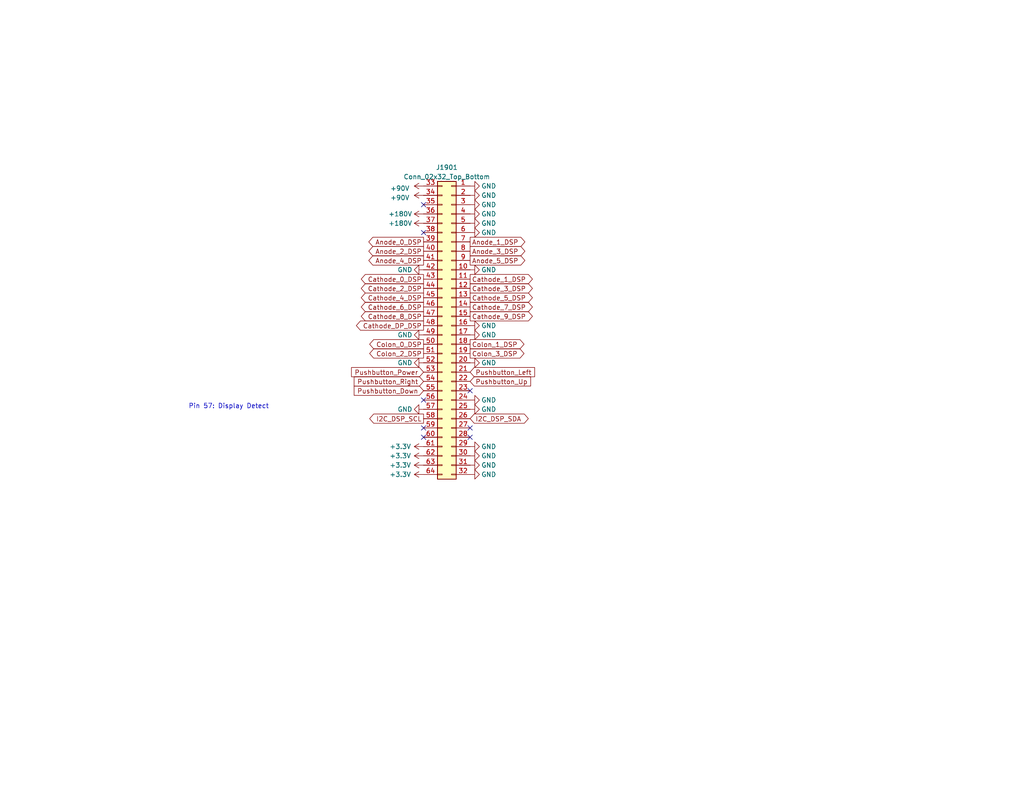
<source format=kicad_sch>
(kicad_sch (version 20230121) (generator eeschema)
  (paper "A")
  (title_block (date "2023-05-21") (rev "PRELIM") (company "Drew Maatman"))
  (lib_symbols
    (symbol "Connector_Generic:Conn_02x32_Top_Bottom" (pin_names (offset 1.016) hide)
      (property "Reference" "J" (at 1.27 40.64 0))
      (property "Value" "Conn_02x32_Top_Bottom" (at 1.27 -43.18 0))
      (symbol "Conn_02x32_Top_Bottom_1_1"
        (rectangle (start -1.27 -40.513) (end 0 -40.767) (stroke (width 0.1524)))
        (rectangle (start -1.27 -37.973) (end 0 -38.227) (stroke (width 0.1524)))
        (rectangle (start -1.27 -35.433) (end 0 -35.687) (stroke (width 0.1524)))
        (rectangle (start -1.27 -32.893) (end 0 -33.147) (stroke (width 0.1524)))
        (rectangle (start -1.27 -30.353) (end 0 -30.607) (stroke (width 0.1524)))
        (rectangle (start -1.27 -27.813) (end 0 -28.067) (stroke (width 0.1524)))
        (rectangle (start -1.27 -25.273) (end 0 -25.527) (stroke (width 0.1524)))
        (rectangle (start -1.27 -22.733) (end 0 -22.987) (stroke (width 0.1524)))
        (rectangle (start -1.27 -20.193) (end 0 -20.447) (stroke (width 0.1524)))
        (rectangle (start -1.27 -17.653) (end 0 -17.907) (stroke (width 0.1524)))
        (rectangle (start -1.27 -15.113) (end 0 -15.367) (stroke (width 0.1524)))
        (rectangle (start -1.27 -12.573) (end 0 -12.827) (stroke (width 0.1524)))
        (rectangle (start -1.27 -10.033) (end 0 -10.287) (stroke (width 0.1524)))
        (rectangle (start -1.27 -7.493) (end 0 -7.747) (stroke (width 0.1524)))
        (rectangle (start -1.27 -4.953) (end 0 -5.207) (stroke (width 0.1524)))
        (rectangle (start -1.27 -2.413) (end 0 -2.667) (stroke (width 0.1524)))
        (rectangle (start -1.27 0.127) (end 0 -0.127) (stroke (width 0.1524)))
        (rectangle (start -1.27 2.667) (end 0 2.413) (stroke (width 0.1524)))
        (rectangle (start -1.27 5.207) (end 0 4.953) (stroke (width 0.1524)))
        (rectangle (start -1.27 7.747) (end 0 7.493) (stroke (width 0.1524)))
        (rectangle (start -1.27 10.287) (end 0 10.033) (stroke (width 0.1524)))
        (rectangle (start -1.27 12.827) (end 0 12.573) (stroke (width 0.1524)))
        (rectangle (start -1.27 15.367) (end 0 15.113) (stroke (width 0.1524)))
        (rectangle (start -1.27 17.907) (end 0 17.653) (stroke (width 0.1524)))
        (rectangle (start -1.27 20.447) (end 0 20.193) (stroke (width 0.1524)))
        (rectangle (start -1.27 22.987) (end 0 22.733) (stroke (width 0.1524)))
        (rectangle (start -1.27 25.527) (end 0 25.273) (stroke (width 0.1524)))
        (rectangle (start -1.27 28.067) (end 0 27.813) (stroke (width 0.1524)))
        (rectangle (start -1.27 30.607) (end 0 30.353) (stroke (width 0.1524)))
        (rectangle (start -1.27 33.147) (end 0 32.893) (stroke (width 0.1524)))
        (rectangle (start -1.27 35.687) (end 0 35.433) (stroke (width 0.1524)))
        (rectangle (start -1.27 38.227) (end 0 37.973) (stroke (width 0.1524)))
        (rectangle (start -1.27 39.37) (end 3.81 -41.91) (stroke (width 0.254)) (fill (type background)))
        (rectangle (start 3.81 -40.513) (end 2.54 -40.767) (stroke (width 0.1524)))
        (rectangle (start 3.81 -37.973) (end 2.54 -38.227) (stroke (width 0.1524)))
        (rectangle (start 3.81 -35.433) (end 2.54 -35.687) (stroke (width 0.1524)))
        (rectangle (start 3.81 -32.893) (end 2.54 -33.147) (stroke (width 0.1524)))
        (rectangle (start 3.81 -30.353) (end 2.54 -30.607) (stroke (width 0.1524)))
        (rectangle (start 3.81 -27.813) (end 2.54 -28.067) (stroke (width 0.1524)))
        (rectangle (start 3.81 -25.273) (end 2.54 -25.527) (stroke (width 0.1524)))
        (rectangle (start 3.81 -22.733) (end 2.54 -22.987) (stroke (width 0.1524)))
        (rectangle (start 3.81 -20.193) (end 2.54 -20.447) (stroke (width 0.1524)))
        (rectangle (start 3.81 -17.653) (end 2.54 -17.907) (stroke (width 0.1524)))
        (rectangle (start 3.81 -15.113) (end 2.54 -15.367) (stroke (width 0.1524)))
        (rectangle (start 3.81 -12.573) (end 2.54 -12.827) (stroke (width 0.1524)))
        (rectangle (start 3.81 -10.033) (end 2.54 -10.287) (stroke (width 0.1524)))
        (rectangle (start 3.81 -7.493) (end 2.54 -7.747) (stroke (width 0.1524)))
        (rectangle (start 3.81 -4.953) (end 2.54 -5.207) (stroke (width 0.1524)))
        (rectangle (start 3.81 -2.413) (end 2.54 -2.667) (stroke (width 0.1524)))
        (rectangle (start 3.81 0.127) (end 2.54 -0.127) (stroke (width 0.1524)))
        (rectangle (start 3.81 2.667) (end 2.54 2.413) (stroke (width 0.1524)))
        (rectangle (start 3.81 5.207) (end 2.54 4.953) (stroke (width 0.1524)))
        (rectangle (start 3.81 7.747) (end 2.54 7.493) (stroke (width 0.1524)))
        (rectangle (start 3.81 10.287) (end 2.54 10.033) (stroke (width 0.1524)))
        (rectangle (start 3.81 12.827) (end 2.54 12.573) (stroke (width 0.1524)))
        (rectangle (start 3.81 15.367) (end 2.54 15.113) (stroke (width 0.1524)))
        (rectangle (start 3.81 17.907) (end 2.54 17.653) (stroke (width 0.1524)))
        (rectangle (start 3.81 20.447) (end 2.54 20.193) (stroke (width 0.1524)))
        (rectangle (start 3.81 22.987) (end 2.54 22.733) (stroke (width 0.1524)))
        (rectangle (start 3.81 25.527) (end 2.54 25.273) (stroke (width 0.1524)))
        (rectangle (start 3.81 28.067) (end 2.54 27.813) (stroke (width 0.1524)))
        (rectangle (start 3.81 30.607) (end 2.54 30.353) (stroke (width 0.1524)))
        (rectangle (start 3.81 33.147) (end 2.54 32.893) (stroke (width 0.1524)))
        (rectangle (start 3.81 35.687) (end 2.54 35.433) (stroke (width 0.1524)))
        (rectangle (start 3.81 38.227) (end 2.54 37.973) (stroke (width 0.1524)))
        (pin passive line (at -5.08 38.1 0) (length 3.81) (name "Pin_1") (number "1"))
        (pin passive line (at -5.08 15.24 0) (length 3.81) (name "Pin_10") (number "10"))
        (pin passive line (at -5.08 12.7 0) (length 3.81) (name "Pin_11") (number "11"))
        (pin passive line (at -5.08 10.16 0) (length 3.81) (name "Pin_12") (number "12"))
        (pin passive line (at -5.08 7.62 0) (length 3.81) (name "Pin_13") (number "13"))
        (pin passive line (at -5.08 5.08 0) (length 3.81) (name "Pin_14") (number "14"))
        (pin passive line (at -5.08 2.54 0) (length 3.81) (name "Pin_15") (number "15"))
        (pin passive line (at -5.08 0 0) (length 3.81) (name "Pin_16") (number "16"))
        (pin passive line (at -5.08 -2.54 0) (length 3.81) (name "Pin_17") (number "17"))
        (pin passive line (at -5.08 -5.08 0) (length 3.81) (name "Pin_18") (number "18"))
        (pin passive line (at -5.08 -7.62 0) (length 3.81) (name "Pin_19") (number "19"))
        (pin passive line (at -5.08 35.56 0) (length 3.81) (name "Pin_2") (number "2"))
        (pin passive line (at -5.08 -10.16 0) (length 3.81) (name "Pin_20") (number "20"))
        (pin passive line (at -5.08 -12.7 0) (length 3.81) (name "Pin_21") (number "21"))
        (pin passive line (at -5.08 -15.24 0) (length 3.81) (name "Pin_22") (number "22"))
        (pin passive line (at -5.08 -17.78 0) (length 3.81) (name "Pin_23") (number "23"))
        (pin passive line (at -5.08 -20.32 0) (length 3.81) (name "Pin_24") (number "24"))
        (pin passive line (at -5.08 -22.86 0) (length 3.81) (name "Pin_25") (number "25"))
        (pin passive line (at -5.08 -25.4 0) (length 3.81) (name "Pin_26") (number "26"))
        (pin passive line (at -5.08 -27.94 0) (length 3.81) (name "Pin_27") (number "27"))
        (pin passive line (at -5.08 -30.48 0) (length 3.81) (name "Pin_28") (number "28"))
        (pin passive line (at -5.08 -33.02 0) (length 3.81) (name "Pin_29") (number "29"))
        (pin passive line (at -5.08 33.02 0) (length 3.81) (name "Pin_3") (number "3"))
        (pin passive line (at -5.08 -35.56 0) (length 3.81) (name "Pin_30") (number "30"))
        (pin passive line (at -5.08 -38.1 0) (length 3.81) (name "Pin_31") (number "31"))
        (pin passive line (at -5.08 -40.64 0) (length 3.81) (name "Pin_32") (number "32"))
        (pin passive line (at 7.62 38.1 180) (length 3.81) (name "Pin_33") (number "33"))
        (pin passive line (at 7.62 35.56 180) (length 3.81) (name "Pin_34") (number "34"))
        (pin passive line (at 7.62 33.02 180) (length 3.81) (name "Pin_35") (number "35"))
        (pin passive line (at 7.62 30.48 180) (length 3.81) (name "Pin_36") (number "36"))
        (pin passive line (at 7.62 27.94 180) (length 3.81) (name "Pin_37") (number "37"))
        (pin passive line (at 7.62 25.4 180) (length 3.81) (name "Pin_38") (number "38"))
        (pin passive line (at 7.62 22.86 180) (length 3.81) (name "Pin_39") (number "39"))
        (pin passive line (at -5.08 30.48 0) (length 3.81) (name "Pin_4") (number "4"))
        (pin passive line (at 7.62 20.32 180) (length 3.81) (name "Pin_40") (number "40"))
        (pin passive line (at 7.62 17.78 180) (length 3.81) (name "Pin_41") (number "41"))
        (pin passive line (at 7.62 15.24 180) (length 3.81) (name "Pin_42") (number "42"))
        (pin passive line (at 7.62 12.7 180) (length 3.81) (name "Pin_43") (number "43"))
        (pin passive line (at 7.62 10.16 180) (length 3.81) (name "Pin_44") (number "44"))
        (pin passive line (at 7.62 7.62 180) (length 3.81) (name "Pin_45") (number "45"))
        (pin passive line (at 7.62 5.08 180) (length 3.81) (name "Pin_46") (number "46"))
        (pin passive line (at 7.62 2.54 180) (length 3.81) (name "Pin_47") (number "47"))
        (pin passive line (at 7.62 0 180) (length 3.81) (name "Pin_48") (number "48"))
        (pin passive line (at 7.62 -2.54 180) (length 3.81) (name "Pin_49") (number "49"))
        (pin passive line (at -5.08 27.94 0) (length 3.81) (name "Pin_5") (number "5"))
        (pin passive line (at 7.62 -5.08 180) (length 3.81) (name "Pin_50") (number "50"))
        (pin passive line (at 7.62 -7.62 180) (length 3.81) (name "Pin_51") (number "51"))
        (pin passive line (at 7.62 -10.16 180) (length 3.81) (name "Pin_52") (number "52"))
        (pin passive line (at 7.62 -12.7 180) (length 3.81) (name "Pin_53") (number "53"))
        (pin passive line (at 7.62 -15.24 180) (length 3.81) (name "Pin_54") (number "54"))
        (pin passive line (at 7.62 -17.78 180) (length 3.81) (name "Pin_55") (number "55"))
        (pin passive line (at 7.62 -20.32 180) (length 3.81) (name "Pin_56") (number "56"))
        (pin passive line (at 7.62 -22.86 180) (length 3.81) (name "Pin_57") (number "57"))
        (pin passive line (at 7.62 -25.4 180) (length 3.81) (name "Pin_58") (number "58"))
        (pin passive line (at 7.62 -27.94 180) (length 3.81) (name "Pin_59") (number "59"))
        (pin passive line (at -5.08 25.4 0) (length 3.81) (name "Pin_6") (number "6"))
        (pin passive line (at 7.62 -30.48 180) (length 3.81) (name "Pin_60") (number "60"))
        (pin passive line (at 7.62 -33.02 180) (length 3.81) (name "Pin_61") (number "61"))
        (pin passive line (at 7.62 -35.56 180) (length 3.81) (name "Pin_62") (number "62"))
        (pin passive line (at 7.62 -38.1 180) (length 3.81) (name "Pin_63") (number "63"))
        (pin passive line (at 7.62 -40.64 180) (length 3.81) (name "Pin_64") (number "64"))
        (pin passive line (at -5.08 22.86 0) (length 3.81) (name "Pin_7") (number "7"))
        (pin passive line (at -5.08 20.32 0) (length 3.81) (name "Pin_8") (number "8"))
        (pin passive line (at -5.08 17.78 0) (length 3.81) (name "Pin_9") (number "9"))
      )
    )
    (symbol "Custom Library:+180" (power) (pin_names (offset 0))
      (property "Value" "+180V" (at 0 3.81 0))
      (symbol "+180_0_1"
        (polyline (pts (xy -0.762 1.27) (xy 0 2.54)))
        (polyline (pts (xy 0 0) (xy 0 2.54)))
        (polyline (pts (xy 0 2.54) (xy 0.762 1.27)))
      )
      (symbol "+180_1_1"
        (pin power_in line (at 0 0 90) (length 0) hide (name "+180V") (number "1"))
      )
    )
    (symbol "Custom Library:+90V" (power) (pin_names (offset 0))
      (property "Value" "+90V" (at 0 3.81 0))
      (symbol "+90V_0_1"
        (polyline (pts (xy -0.762 1.27) (xy 0 2.54)))
        (polyline (pts (xy 0 0) (xy 0 2.54)))
        (polyline (pts (xy 0 2.54) (xy 0.762 1.27)))
      )
      (symbol "+90V_1_1"
        (pin power_in line (at 0 0 90) (length 0) hide (name "+90V") (number "1"))
      )
    )
    (symbol "power:+3.3V" (power) (pin_names (offset 0))
      (property "Value" "+3.3V" (at 0 3.556 0))
      (symbol "+3.3V_0_1"
        (polyline (pts (xy -0.762 1.27) (xy 0 2.54)))
        (polyline (pts (xy 0 0) (xy 0 2.54)))
        (polyline (pts (xy 0 2.54) (xy 0.762 1.27)))
      )
      (symbol "+3.3V_1_1"
        (pin power_in line (at 0 0 90) (length 0) hide (name "+3.3V") (number "1"))
      )
    )
    (symbol "power:GND" (power) (pin_names (offset 0))
      (property "Value" "GND" (at 0 -3.81 0))
      (symbol "GND_0_1"
        (polyline (pts (xy 0 0) (xy 0 -1.27) (xy 1.27 -1.27) (xy 0 -2.54) (xy -1.27 -1.27) (xy 0 -1.27)))
      )
      (symbol "GND_1_1"
        (pin power_in line (at 0 0 270) (length 0) hide (name "GND") (number "1"))
      )
    )
  )
  (no_connect (at 115.57 119.38))
  (no_connect (at 115.57 55.88))
  (no_connect (at 115.57 63.5))
  (no_connect (at 115.57 116.84))
  (no_connect (at 115.57 109.22))
  (no_connect (at 128.27 106.68))
  (no_connect (at 128.27 116.84))
  (no_connect (at 128.27 119.38))
  (text "Pin 57: Display Detect" (at 51.435 111.76 0) (effects (font (size 1.27 1.27)) (justify left bottom)))
  (global_label "Pushbutton_Power" (shape input) (at 115.57 101.6 180) (property "Intersheetrefs" "${INTERSHEET_REFS}" (effects hide)))
  (global_label "Cathode_0_DSP" (shape output) (at 115.57 76.2 180) (property "Intersheetrefs" "${INTERSHEET_REFS}" (effects hide)))
  (global_label "Cathode_1_DSP" (shape output) (at 128.27 76.2 0) (property "Intersheetrefs" "${INTERSHEET_REFS}" (effects hide)))
  (global_label "I2C_DSP_SDA" (shape bidirectional) (at 128.27 114.3 0) (property "Intersheetrefs" "${INTERSHEET_REFS}" (effects hide)))
  (global_label "Cathode_7_DSP" (shape output) (at 128.27 83.82 0) (property "Intersheetrefs" "${INTERSHEET_REFS}" (effects hide)))
  (global_label "Anode_2_DSP" (shape output) (at 115.57 68.58 180) (property "Intersheetrefs" "${INTERSHEET_REFS}" (effects hide)))
  (global_label "Pushbutton_Up" (shape input) (at 128.27 104.14 0) (property "Intersheetrefs" "${INTERSHEET_REFS}" (effects hide)))
  (global_label "Anode_5_DSP" (shape output) (at 128.27 71.12 0) (property "Intersheetrefs" "${INTERSHEET_REFS}" (effects hide)))
  (global_label "Pushbutton_Left" (shape input) (at 128.27 101.6 0) (property "Intersheetrefs" "${INTERSHEET_REFS}" (effects hide)))
  (global_label "Cathode_DP_DSP" (shape output) (at 115.57 88.9 180) (property "Intersheetrefs" "${INTERSHEET_REFS}" (effects hide)))
  (global_label "Cathode_9_DSP" (shape output) (at 128.27 86.36 0) (property "Intersheetrefs" "${INTERSHEET_REFS}" (effects hide)))
  (global_label "I2C_DSP_SCL" (shape output) (at 115.57 114.3 180) (property "Intersheetrefs" "${INTERSHEET_REFS}" (effects hide)))
  (global_label "Anode_0_DSP" (shape output) (at 115.57 66.04 180) (property "Intersheetrefs" "${INTERSHEET_REFS}" (effects hide)))
  (global_label "Pushbutton_Right" (shape input) (at 115.57 104.14 180) (property "Intersheetrefs" "${INTERSHEET_REFS}" (effects hide)))
  (global_label "Colon_2_DSP" (shape output) (at 115.57 96.52 180) (property "Intersheetrefs" "${INTERSHEET_REFS}" (effects hide)))
  (global_label "Anode_4_DSP" (shape output) (at 115.57 71.12 180) (property "Intersheetrefs" "${INTERSHEET_REFS}" (effects hide)))
  (global_label "Pushbutton_Down" (shape input) (at 115.57 106.68 180) (property "Intersheetrefs" "${INTERSHEET_REFS}" (effects hide)))
  (global_label "Cathode_2_DSP" (shape output) (at 115.57 78.74 180) (property "Intersheetrefs" "${INTERSHEET_REFS}" (effects hide)))
  (global_label "Cathode_8_DSP" (shape output) (at 115.57 86.36 180) (property "Intersheetrefs" "${INTERSHEET_REFS}" (effects hide)))
  (global_label "Colon_0_DSP" (shape output) (at 115.57 93.98 180) (property "Intersheetrefs" "${INTERSHEET_REFS}" (effects hide)))
  (global_label "Colon_3_DSP" (shape output) (at 128.27 96.52 0) (property "Intersheetrefs" "${INTERSHEET_REFS}" (effects hide)))
  (global_label "Cathode_4_DSP" (shape output) (at 115.57 81.28 180) (property "Intersheetrefs" "${INTERSHEET_REFS}" (effects hide)))
  (global_label "Cathode_5_DSP" (shape output) (at 128.27 81.28 0) (property "Intersheetrefs" "${INTERSHEET_REFS}" (effects hide)))
  (global_label "Cathode_6_DSP" (shape output) (at 115.57 83.82 180) (property "Intersheetrefs" "${INTERSHEET_REFS}" (effects hide)))
  (global_label "Anode_1_DSP" (shape output) (at 128.27 66.04 0) (property "Intersheetrefs" "${INTERSHEET_REFS}" (effects hide)))
  (global_label "Anode_3_DSP" (shape output) (at 128.27 68.58 0) (property "Intersheetrefs" "${INTERSHEET_REFS}" (effects hide)))
  (global_label "Colon_1_DSP" (shape output) (at 128.27 93.98 0) (property "Intersheetrefs" "${INTERSHEET_REFS}" (effects hide)))
  (global_label "Cathode_3_DSP" (shape output) (at 128.27 78.74 0) (property "Intersheetrefs" "${INTERSHEET_REFS}" (effects hide)))
  (symbol (lib_id "power:GND") (at 128.27 88.9 90) (mirror x) (unit 1)
    (property "Reference" "#PWR01930" (effects hide))
    (property "Value" "GND" (at 133.35 88.9 90))
    (instances (project "Nixie_Clock_Core" (path "" (reference "#PWR01930") (unit 1))) (project "IN12_carrier" (path "" (reference "#PWR0219") (unit 1))))
  )
  (symbol (lib_id "power:GND") (at 128.27 127 90) (mirror x) (unit 1)
    (property "Reference" "#PWR01913" (effects hide))
    (property "Value" "GND" (at 133.35 127 90))
    (instances (project "Nixie_Clock_Core" (path "" (reference "#PWR01913") (unit 1))) (project "IN12_carrier" (path "" (reference "#PWR0226") (unit 1))))
  )
  (symbol (lib_id "power:+3.3V") (at 115.57 124.46 90) (unit 1)
    (property "Reference" "#PWR?" (effects hide))
    (property "Value" "+3.3V" (at 109.22 124.46 90))
    (instances (project "Nixie_Clock_Core" (path "" (reference "#PWR?") (unit 1)) (path "" (reference "#PWR01903") (unit 1))) (project "LED_Panel_Controller" (path "" (reference "#PWR?") (unit 1)) (path "" (reference "#PWR?") (unit 1)) (path "" (reference "#PWR?") (unit 1)) (path "" (reference "#PWR?") (unit 1)) (path "" (reference "#PWR?") (unit 1))) (project "IN12_carrier" (path "" (reference "#PWR0209") (unit 1))))
  )
  (symbol (lib_id "power:GND") (at 128.27 55.88 90) (mirror x) (unit 1)
    (property "Reference" "#PWR01905" (effects hide))
    (property "Value" "GND" (at 133.35 55.88 90))
    (instances (project "Nixie_Clock_Core" (path "" (reference "#PWR01905") (unit 1))) (project "IN12_carrier" (path "" (reference "#PWR0214") (unit 1))))
  )
  (symbol (lib_id "power:GND") (at 128.27 50.8 90) (mirror x) (unit 1)
    (property "Reference" "#PWR01907" (effects hide))
    (property "Value" "GND" (at 133.35 50.8 90))
    (instances (project "Nixie_Clock_Core" (path "" (reference "#PWR01907") (unit 1))) (project "IN12_carrier" (path "" (reference "#PWR0212") (unit 1))))
  )
  (symbol (lib_id "power:GND") (at 128.27 99.06 90) (mirror x) (unit 1)
    (property "Reference" "#PWR01921" (effects hide))
    (property "Value" "GND" (at 133.35 99.06 90))
    (instances (project "Nixie_Clock_Core" (path "" (reference "#PWR01921") (unit 1))) (project "IN12_carrier" (path "" (reference "#PWR0221") (unit 1))))
  )
  (symbol (lib_id "power:GND") (at 128.27 53.34 90) (mirror x) (unit 1)
    (property "Reference" "#PWR01908" (effects hide))
    (property "Value" "GND" (at 133.35 53.34 90))
    (instances (project "Nixie_Clock_Core" (path "" (reference "#PWR01908") (unit 1))) (project "IN12_carrier" (path "" (reference "#PWR0213") (unit 1))))
  )
  (symbol (lib_id "power:+3.3V") (at 115.57 127 90) (unit 1)
    (property "Reference" "#PWR?" (effects hide))
    (property "Value" "+3.3V" (at 109.22 127 90))
    (instances (project "Nixie_Clock_Core" (path "" (reference "#PWR?") (unit 1)) (path "" (reference "#PWR01906") (unit 1))) (project "LED_Panel_Controller" (path "" (reference "#PWR?") (unit 1)) (path "" (reference "#PWR?") (unit 1)) (path "" (reference "#PWR?") (unit 1)) (path "" (reference "#PWR?") (unit 1)) (path "" (reference "#PWR?") (unit 1))) (project "IN12_carrier" (path "" (reference "#PWR0210") (unit 1))))
  )
  (symbol (lib_id "power:GND") (at 128.27 73.66 90) (mirror x) (unit 1)
    (property "Reference" "#PWR01927" (effects hide))
    (property "Value" "GND" (at 133.35 73.66 90))
    (instances (project "Nixie_Clock_Core" (path "" (reference "#PWR01927") (unit 1))) (project "IN12_carrier" (path "" (reference "#PWR0218") (unit 1))))
  )
  (symbol (lib_id "power:GND") (at 115.57 111.76 270) (mirror x) (unit 1)
    (property "Reference" "#PWR01910" (effects hide))
    (property "Value" "GND" (at 110.49 111.76 90))
    (instances (project "Nixie_Clock_Core" (path "" (reference "#PWR01910") (unit 1))) (project "IN12_carrier" (path "" (reference "#PWR0228") (unit 1))))
  )
  (symbol (lib_id "Custom Library:+90V") (at 115.57 53.34 90) (unit 1)
    (property "Reference" "#PWR01911" (effects hide))
    (property "Value" "+90V" (at 111.76 53.975 90) (effects (justify left)))
    (instances (project "Nixie_Clock_Core" (path "" (reference "#PWR01911") (unit 1))) (project "IN12_carrier" (path "" (reference "#PWR0202") (unit 1))))
  )
  (symbol (lib_id "Custom Library:+90V") (at 115.57 50.8 90) (unit 1)
    (property "Reference" "#PWR01901" (effects hide))
    (property "Value" "+90V" (at 111.76 51.435 90) (effects (justify left)))
    (instances (project "Nixie_Clock_Core" (path "" (reference "#PWR01901") (unit 1))) (project "IN12_carrier" (path "" (reference "#PWR0201") (unit 1))))
  )
  (symbol (lib_id "power:GND") (at 128.27 121.92 90) (mirror x) (unit 1)
    (property "Reference" "#PWR01910" (effects hide))
    (property "Value" "GND" (at 133.35 121.92 90))
    (instances (project "Nixie_Clock_Core" (path "" (reference "#PWR01910") (unit 1))) (project "IN12_carrier" (path "" (reference "#PWR0224") (unit 1))))
  )
  (symbol (lib_id "power:GND") (at 128.27 58.42 90) (mirror x) (unit 1)
    (property "Reference" "#PWR01914" (effects hide))
    (property "Value" "GND" (at 133.35 58.42 90))
    (instances (project "Nixie_Clock_Core" (path "" (reference "#PWR01914") (unit 1))) (project "IN12_carrier" (path "" (reference "#PWR0215") (unit 1))))
  )
  (symbol (lib_id "Custom Library:+180") (at 115.57 58.42 90) (unit 1)
    (property "Reference" "#PWR?" (effects hide))
    (property "Value" "+180V" (at 109.22 58.42 90))
    (instances (project "Nixie_Clock_Core" (path "" (reference "#PWR?") (unit 1)) (path "" (reference "#PWR01902") (unit 1))) (project "IN12_carrier" (path "" (reference "#PWR0203") (unit 1))))
  )
  (symbol (lib_id "power:GND") (at 115.57 91.44 270) (unit 1)
    (property "Reference" "#PWR01928" (effects hide))
    (property "Value" "GND" (at 110.49 91.44 90))
    (instances (project "Nixie_Clock_Core" (path "" (reference "#PWR01928") (unit 1))) (project "IN12_carrier" (path "" (reference "#PWR0206") (unit 1))))
  )
  (symbol (lib_id "power:GND") (at 115.57 99.06 270) (unit 1)
    (property "Reference" "#PWR01920" (effects hide))
    (property "Value" "GND" (at 110.49 99.06 90))
    (instances (project "Nixie_Clock_Core" (path "" (reference "#PWR01920") (unit 1))) (project "IN12_carrier" (path "" (reference "#PWR0207") (unit 1))))
  )
  (symbol (lib_id "power:+3.3V") (at 115.57 129.54 90) (unit 1)
    (property "Reference" "#PWR?" (effects hide))
    (property "Value" "+3.3V" (at 109.22 129.54 90))
    (instances (project "Nixie_Clock_Core" (path "" (reference "#PWR?") (unit 1)) (path "" (reference "#PWR01909") (unit 1))) (project "LED_Panel_Controller" (path "" (reference "#PWR?") (unit 1)) (path "" (reference "#PWR?") (unit 1)) (path "" (reference "#PWR?") (unit 1)) (path "" (reference "#PWR?") (unit 1)) (path "" (reference "#PWR?") (unit 1))) (project "IN12_carrier" (path "" (reference "#PWR0211") (unit 1))))
  )
  (symbol (lib_id "power:GND") (at 128.27 63.5 90) (unit 1)
    (property "Reference" "#PWR01919" (effects hide))
    (property "Value" "GND" (at 133.35 63.5 90))
    (instances (project "Nixie_Clock_Core" (path "" (reference "#PWR01919") (unit 1))) (project "IN12_carrier" (path "" (reference "#PWR0217") (unit 1))))
  )
  (symbol (lib_id "power:GND") (at 128.27 129.54 90) (mirror x) (unit 1)
    (property "Reference" "#PWR01916" (effects hide))
    (property "Value" "GND" (at 133.35 129.54 90))
    (instances (project "Nixie_Clock_Core" (path "" (reference "#PWR01916") (unit 1))) (project "IN12_carrier" (path "" (reference "#PWR0227") (unit 1))))
  )
  (symbol (lib_id "power:GND") (at 128.27 60.96 90) (mirror x) (unit 1)
    (property "Reference" "#PWR01915" (effects hide))
    (property "Value" "GND" (at 133.35 60.96 90))
    (instances (project "Nixie_Clock_Core" (path "" (reference "#PWR01915") (unit 1))) (project "IN12_carrier" (path "" (reference "#PWR0216") (unit 1))))
  )
  (symbol (lib_id "Custom Library:+180") (at 115.57 60.96 90) (unit 1)
    (property "Reference" "#PWR?" (effects hide))
    (property "Value" "+180V" (at 109.22 60.96 90))
    (instances (project "Nixie_Clock_Core" (path "" (reference "#PWR?") (unit 1)) (path "" (reference "#PWR01904") (unit 1))) (project "IN12_carrier" (path "" (reference "#PWR0204") (unit 1))))
  )
  (symbol (lib_id "power:GND") (at 115.57 73.66 270) (unit 1)
    (property "Reference" "#PWR01926" (effects hide))
    (property "Value" "GND" (at 110.49 73.66 90))
    (instances (project "Nixie_Clock_Core" (path "" (reference "#PWR01926") (unit 1))) (project "IN12_carrier" (path "" (reference "#PWR0205") (unit 1))))
  )
  (symbol (lib_id "power:+3.3V") (at 115.57 121.92 90) (unit 1)
    (property "Reference" "#PWR?" (effects hide))
    (property "Value" "+3.3V" (at 109.22 121.92 90))
    (instances (project "Nixie_Clock_Core" (path "" (reference "#PWR?") (unit 1)) (path "" (reference "#PWR01925") (unit 1))) (project "LED_Panel_Controller" (path "" (reference "#PWR?") (unit 1)) (path "" (reference "#PWR?") (unit 1)) (path "" (reference "#PWR?") (unit 1)) (path "" (reference "#PWR?") (unit 1)) (path "" (reference "#PWR?") (unit 1))) (project "IN12_carrier" (path "" (reference "#PWR0208") (unit 1))))
  )
  (symbol (lib_id "power:GND") (at 128.27 91.44 90) (mirror x) (unit 1)
    (property "Reference" "#PWR01929" (effects hide))
    (property "Value" "GND" (at 133.35 91.44 90))
    (instances (project "Nixie_Clock_Core" (path "" (reference "#PWR01929") (unit 1))) (project "IN12_carrier" (path "" (reference "#PWR0220") (unit 1))))
  )
  (symbol (lib_id "power:GND") (at 128.27 111.76 90) (mirror x) (unit 1)
    (property "Reference" "#PWR01924" (effects hide))
    (property "Value" "GND" (at 133.35 111.76 90))
    (instances (project "Nixie_Clock_Core" (path "" (reference "#PWR01924") (unit 1))) (project "IN12_carrier" (path "" (reference "#PWR0223") (unit 1))))
  )
  (symbol (lib_id "power:GND") (at 128.27 109.22 90) (mirror x) (unit 1)
    (property "Reference" "#PWR01923" (effects hide))
    (property "Value" "GND" (at 133.35 109.22 90))
    (instances (project "Nixie_Clock_Core" (path "" (reference "#PWR01923") (unit 1))) (project "IN12_carrier" (path "" (reference "#PWR0222") (unit 1))))
  )
  (symbol (lib_id "Connector_Generic:Conn_02x32_Top_Bottom") (at 123.19 88.9 0) (mirror y) (unit 1)
    (property "Reference" "J1901" (at 121.92 45.72 0))
    (property "Value" "Conn_02x32_Top_Bottom" (at 121.92 48.26 0))
    (property "Footprint" "Custom Footprints Library:CONN_5120528-1_TYC" (effects hide))
    (property "Digi-Key PN" "A111226CT-ND" (effects hide))
    (instances (project "Nixie_Clock_Core" (path "" (reference "J1901") (unit 1))) (project "IN12_carrier" (path "" (reference "J201") (unit 1))))
  )
  (symbol (lib_id "power:GND") (at 128.27 124.46 90) (mirror x) (unit 1)
    (property "Reference" "#PWR01912" (effects hide))
    (property "Value" "GND" (at 133.35 124.46 90))
    (instances (project "Nixie_Clock_Core" (path "" (reference "#PWR01912") (unit 1))) (project "IN12_carrier" (path "" (reference "#PWR0225") (unit 1))))
  )
)
</source>
